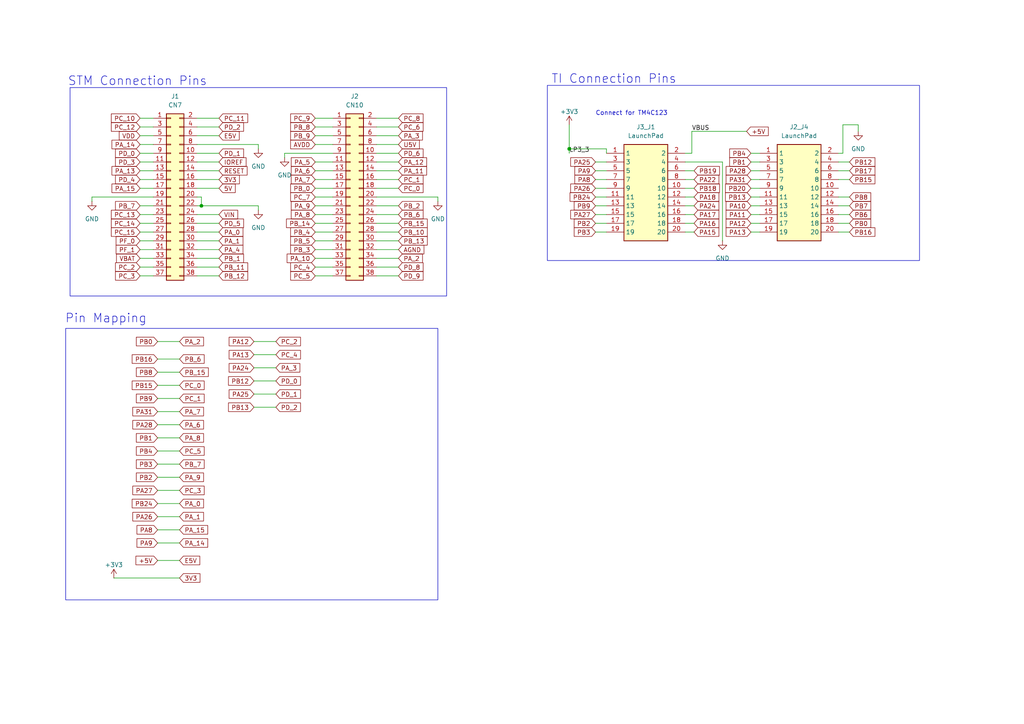
<source format=kicad_sch>
(kicad_sch (version 20231120) (generator "eeschema") (generator_version "8.0")
  (paper "A4")
  (lib_symbols
    (symbol "Connector_Generic:Conn_02x19_Odd_Even" (pin_names (offset 1.016) hide)
      (property "Reference" "J" (at 1.27 25.4 0))
      (property "Value" "Conn_02x19_Odd_Even" (at 1.27 -25.4 0))
      (symbol "Conn_02x19_Odd_Even_1_1"
        (rectangle (start -1.27 -22.733) (end 0 -22.987) (stroke (width 0.1524)))
        (rectangle (start -1.27 -20.193) (end 0 -20.447) (stroke (width 0.1524)))
        (rectangle (start -1.27 -17.653) (end 0 -17.907) (stroke (width 0.1524)))
        (rectangle (start -1.27 -15.113) (end 0 -15.367) (stroke (width 0.1524)))
        (rectangle (start -1.27 -12.573) (end 0 -12.827) (stroke (width 0.1524)))
        (rectangle (start -1.27 -10.033) (end 0 -10.287) (stroke (width 0.1524)))
        (rectangle (start -1.27 -7.493) (end 0 -7.747) (stroke (width 0.1524)))
        (rectangle (start -1.27 -4.953) (end 0 -5.207) (stroke (width 0.1524)))
        (rectangle (start -1.27 -2.413) (end 0 -2.667) (stroke (width 0.1524)))
        (rectangle (start -1.27 0.127) (end 0 -0.127) (stroke (width 0.1524)))
        (rectangle (start -1.27 2.667) (end 0 2.413) (stroke (width 0.1524)))
        (rectangle (start -1.27 5.207) (end 0 4.953) (stroke (width 0.1524)))
        (rectangle (start -1.27 7.747) (end 0 7.493) (stroke (width 0.1524)))
        (rectangle (start -1.27 10.287) (end 0 10.033) (stroke (width 0.1524)))
        (rectangle (start -1.27 12.827) (end 0 12.573) (stroke (width 0.1524)))
        (rectangle (start -1.27 15.367) (end 0 15.113) (stroke (width 0.1524)))
        (rectangle (start -1.27 17.907) (end 0 17.653) (stroke (width 0.1524)))
        (rectangle (start -1.27 20.447) (end 0 20.193) (stroke (width 0.1524)))
        (rectangle (start -1.27 22.987) (end 0 22.733) (stroke (width 0.1524)))
        (rectangle (start -1.27 24.13) (end 3.81 -24.13) (stroke (width 0.254)) (fill (type background)))
        (rectangle (start 3.81 -22.733) (end 2.54 -22.987) (stroke (width 0.1524)))
        (rectangle (start 3.81 -20.193) (end 2.54 -20.447) (stroke (width 0.1524)))
        (rectangle (start 3.81 -17.653) (end 2.54 -17.907) (stroke (width 0.1524)))
        (rectangle (start 3.81 -15.113) (end 2.54 -15.367) (stroke (width 0.1524)))
        (rectangle (start 3.81 -12.573) (end 2.54 -12.827) (stroke (width 0.1524)))
        (rectangle (start 3.81 -10.033) (end 2.54 -10.287) (stroke (width 0.1524)))
        (rectangle (start 3.81 -7.493) (end 2.54 -7.747) (stroke (width 0.1524)))
        (rectangle (start 3.81 -4.953) (end 2.54 -5.207) (stroke (width 0.1524)))
        (rectangle (start 3.81 -2.413) (end 2.54 -2.667) (stroke (width 0.1524)))
        (rectangle (start 3.81 0.127) (end 2.54 -0.127) (stroke (width 0.1524)))
        (rectangle (start 3.81 2.667) (end 2.54 2.413) (stroke (width 0.1524)))
        (rectangle (start 3.81 5.207) (end 2.54 4.953) (stroke (width 0.1524)))
        (rectangle (start 3.81 7.747) (end 2.54 7.493) (stroke (width 0.1524)))
        (rectangle (start 3.81 10.287) (end 2.54 10.033) (stroke (width 0.1524)))
        (rectangle (start 3.81 12.827) (end 2.54 12.573) (stroke (width 0.1524)))
        (rectangle (start 3.81 15.367) (end 2.54 15.113) (stroke (width 0.1524)))
        (rectangle (start 3.81 17.907) (end 2.54 17.653) (stroke (width 0.1524)))
        (rectangle (start 3.81 20.447) (end 2.54 20.193) (stroke (width 0.1524)))
        (rectangle (start 3.81 22.987) (end 2.54 22.733) (stroke (width 0.1524)))
        (pin passive line (at -5.08 22.86 0) (length 3.81) (name "Pin_1") (number "1"))
        (pin passive line (at 7.62 12.7 180) (length 3.81) (name "Pin_10") (number "10"))
        (pin passive line (at -5.08 10.16 0) (length 3.81) (name "Pin_11") (number "11"))
        (pin passive line (at 7.62 10.16 180) (length 3.81) (name "Pin_12") (number "12"))
        (pin passive line (at -5.08 7.62 0) (length 3.81) (name "Pin_13") (number "13"))
        (pin passive line (at 7.62 7.62 180) (length 3.81) (name "Pin_14") (number "14"))
        (pin passive line (at -5.08 5.08 0) (length 3.81) (name "Pin_15") (number "15"))
        (pin passive line (at 7.62 5.08 180) (length 3.81) (name "Pin_16") (number "16"))
        (pin passive line (at -5.08 2.54 0) (length 3.81) (name "Pin_17") (number "17"))
        (pin passive line (at 7.62 2.54 180) (length 3.81) (name "Pin_18") (number "18"))
        (pin passive line (at -5.08 0 0) (length 3.81) (name "Pin_19") (number "19"))
        (pin passive line (at 7.62 22.86 180) (length 3.81) (name "Pin_2") (number "2"))
        (pin passive line (at 7.62 0 180) (length 3.81) (name "Pin_20") (number "20"))
        (pin passive line (at -5.08 -2.54 0) (length 3.81) (name "Pin_21") (number "21"))
        (pin passive line (at 7.62 -2.54 180) (length 3.81) (name "Pin_22") (number "22"))
        (pin passive line (at -5.08 -5.08 0) (length 3.81) (name "Pin_23") (number "23"))
        (pin passive line (at 7.62 -5.08 180) (length 3.81) (name "Pin_24") (number "24"))
        (pin passive line (at -5.08 -7.62 0) (length 3.81) (name "Pin_25") (number "25"))
        (pin passive line (at 7.62 -7.62 180) (length 3.81) (name "Pin_26") (number "26"))
        (pin passive line (at -5.08 -10.16 0) (length 3.81) (name "Pin_27") (number "27"))
        (pin passive line (at 7.62 -10.16 180) (length 3.81) (name "Pin_28") (number "28"))
        (pin passive line (at -5.08 -12.7 0) (length 3.81) (name "Pin_29") (number "29"))
        (pin passive line (at -5.08 20.32 0) (length 3.81) (name "Pin_3") (number "3"))
        (pin passive line (at 7.62 -12.7 180) (length 3.81) (name "Pin_30") (number "30"))
        (pin passive line (at -5.08 -15.24 0) (length 3.81) (name "Pin_31") (number "31"))
        (pin passive line (at 7.62 -15.24 180) (length 3.81) (name "Pin_32") (number "32"))
        (pin passive line (at -5.08 -17.78 0) (length 3.81) (name "Pin_33") (number "33"))
        (pin passive line (at 7.62 -17.78 180) (length 3.81) (name "Pin_34") (number "34"))
        (pin passive line (at -5.08 -20.32 0) (length 3.81) (name "Pin_35") (number "35"))
        (pin passive line (at 7.62 -20.32 180) (length 3.81) (name "Pin_36") (number "36"))
        (pin passive line (at -5.08 -22.86 0) (length 3.81) (name "Pin_37") (number "37"))
        (pin passive line (at 7.62 -22.86 180) (length 3.81) (name "Pin_38") (number "38"))
        (pin passive line (at 7.62 20.32 180) (length 3.81) (name "Pin_4") (number "4"))
        (pin passive line (at -5.08 17.78 0) (length 3.81) (name "Pin_5") (number "5"))
        (pin passive line (at 7.62 17.78 180) (length 3.81) (name "Pin_6") (number "6"))
        (pin passive line (at -5.08 15.24 0) (length 3.81) (name "Pin_7") (number "7"))
        (pin passive line (at 7.62 15.24 180) (length 3.81) (name "Pin_8") (number "8"))
        (pin passive line (at -5.08 12.7 0) (length 3.81) (name "Pin_9") (number "9"))
      )
    )
    (symbol "RSLK2:LaunchPad"
      (property "Reference" "J" (at 19.05 7.62 0))
      (property "Value" "LaunchPad" (at 19.05 5.08 0))
      (symbol "LaunchPad_1_1"
        (rectangle (start 5.08 2.54) (end 17.78 -25.4) (stroke (width 0.254)) (fill (type background)))
        (pin passive line (at 0 0 0) (length 5.08) (name "1") (number "1"))
        (pin passive line (at 22.86 -10.16 180) (length 5.08) (name "10") (number "10"))
        (pin passive line (at 0 -12.7 0) (length 5.08) (name "11") (number "11"))
        (pin passive line (at 22.86 -12.7 180) (length 5.08) (name "12") (number "12"))
        (pin passive line (at 0 -15.24 0) (length 5.08) (name "13") (number "13"))
        (pin passive line (at 22.86 -15.24 180) (length 5.08) (name "14") (number "14"))
        (pin passive line (at 0 -17.78 0) (length 5.08) (name "15") (number "15"))
        (pin passive line (at 22.86 -17.78 180) (length 5.08) (name "16") (number "16"))
        (pin passive line (at 0 -20.32 0) (length 5.08) (name "17") (number "17"))
        (pin passive line (at 22.86 -20.32 180) (length 5.08) (name "18") (number "18"))
        (pin passive line (at 0 -22.86 0) (length 5.08) (name "19") (number "19"))
        (pin passive line (at 22.86 0 180) (length 5.08) (name "2") (number "2"))
        (pin passive line (at 22.86 -22.86 180) (length 5.08) (name "20") (number "20"))
        (pin passive line (at 0 -2.54 0) (length 5.08) (name "3") (number "3"))
        (pin passive line (at 22.86 -2.54 180) (length 5.08) (name "4") (number "4"))
        (pin passive line (at 0 -5.08 0) (length 5.08) (name "5") (number "5"))
        (pin passive line (at 22.86 -5.08 180) (length 5.08) (name "6") (number "6"))
        (pin passive line (at 0 -7.62 0) (length 5.08) (name "7") (number "7"))
        (pin passive line (at 22.86 -7.62 180) (length 5.08) (name "8") (number "8"))
        (pin passive line (at 0 -10.16 0) (length 5.08) (name "9") (number "9"))
      )
    )
    (symbol "power:+3V3" (power) (pin_numbers hide) (pin_names (offset 0) hide)
      (property "Value" "+3V3" (at 0 3.556 0))
      (symbol "+3V3_0_1"
        (polyline (pts (xy -0.762 1.27) (xy 0 2.54)))
        (polyline (pts (xy 0 0) (xy 0 2.54)))
        (polyline (pts (xy 0 2.54) (xy 0.762 1.27)))
      )
      (symbol "+3V3_1_1"
        (pin power_in line (at 0 0 90) (length 0) (name "~") (number "1"))
      )
    )
    (symbol "power:GND" (power) (pin_numbers hide) (pin_names (offset 0) hide)
      (property "Value" "GND" (at 0 -3.81 0))
      (symbol "GND_0_1"
        (polyline (pts (xy 0 0) (xy 0 -1.27) (xy 1.27 -1.27) (xy 0 -2.54) (xy -1.27 -1.27) (xy 0 -1.27)))
      )
      (symbol "GND_1_1"
        (pin power_in line (at 0 0 270) (length 0) (name "~") (number "1"))
      )
    )
  )
  (junction (at 58.42 59.69))
  (junction (at 165.1 43.18))
  (wire (pts (xy 74.93 43.18) (xy 74.93 41.91)))
  (wire (pts (xy 109.22 46.99) (xy 115.57 46.99)))
  (wire (pts (xy 217.805 49.53) (xy 220.345 49.53)))
  (wire (pts (xy 172.72 52.07) (xy 175.895 52.07)))
  (wire (pts (xy 40.64 52.07) (xy 44.45 52.07)))
  (wire (pts (xy 40.64 67.31) (xy 44.45 67.31)))
  (wire (pts (xy 26.67 57.15) (xy 44.45 57.15)))
  (wire (pts (xy 57.15 72.39) (xy 63.5 72.39)))
  (wire (pts (xy 40.64 46.99) (xy 44.45 46.99)))
  (wire (pts (xy 82.55 45.72) (xy 82.55 44.45)))
  (wire (pts (xy 45.72 149.86) (xy 52.07 149.86)))
  (wire (pts (xy 172.72 62.23) (xy 175.895 62.23)))
  (wire (pts (xy 243.205 62.23) (xy 246.38 62.23)))
  (wire (pts (xy 243.205 52.07) (xy 246.38 52.07)))
  (wire (pts (xy 172.72 59.69) (xy 175.895 59.69)))
  (wire (pts (xy 57.15 74.93) (xy 63.5 74.93)))
  (wire (pts (xy 74.93 60.96) (xy 74.93 59.69)))
  (wire (pts (xy 244.475 44.45) (xy 244.475 36.195)))
  (wire (pts (xy 91.44 52.07) (xy 96.52 52.07)))
  (wire (pts (xy 109.22 41.91) (xy 115.57 41.91)))
  (wire (pts (xy 91.44 59.69) (xy 96.52 59.69)))
  (wire (pts (xy 40.64 34.29) (xy 44.45 34.29)))
  (wire (pts (xy 33.02 167.64) (xy 52.07 167.64)))
  (wire (pts (xy 57.15 77.47) (xy 63.5 77.47)))
  (wire (pts (xy 40.64 62.23) (xy 44.45 62.23)))
  (wire (pts (xy 57.15 39.37) (xy 63.5 39.37)))
  (wire (pts (xy 198.755 64.77) (xy 201.295 64.77)))
  (wire (pts (xy 172.72 57.15) (xy 175.895 57.15)))
  (wire (pts (xy 217.805 67.31) (xy 220.345 67.31)))
  (wire (pts (xy 57.15 64.77) (xy 63.5 64.77)))
  (wire (pts (xy 57.15 36.83) (xy 63.5 36.83)))
  (wire (pts (xy 217.805 64.77) (xy 220.345 64.77)))
  (wire (pts (xy 91.44 39.37) (xy 96.52 39.37)))
  (wire (pts (xy 109.22 67.31) (xy 115.57 67.31)))
  (wire (pts (xy 57.15 44.45) (xy 63.5 44.45)))
  (wire (pts (xy 57.15 80.01) (xy 63.5 80.01)))
  (wire (pts (xy 40.64 69.85) (xy 44.45 69.85)))
  (wire (pts (xy 217.805 57.15) (xy 220.345 57.15)))
  (wire (pts (xy 217.805 52.07) (xy 220.345 52.07)))
  (wire (pts (xy 109.22 39.37) (xy 115.57 39.37)))
  (wire (pts (xy 91.44 34.29) (xy 96.52 34.29)))
  (wire (pts (xy 175.895 43.18) (xy 175.895 44.45)))
  (wire (pts (xy 248.92 36.195) (xy 248.92 38.1)))
  (wire (pts (xy 109.22 49.53) (xy 115.57 49.53)))
  (wire (pts (xy 198.755 44.45) (xy 200.66 44.45)))
  (wire (pts (xy 58.42 57.15) (xy 58.42 59.69)))
  (wire (pts (xy 40.64 80.01) (xy 44.45 80.01)))
  (wire (pts (xy 57.15 49.53) (xy 63.5 49.53)))
  (wire (pts (xy 198.755 62.23) (xy 201.295 62.23)))
  (wire (pts (xy 45.72 138.43) (xy 52.07 138.43)))
  (wire (pts (xy 57.15 46.99) (xy 63.5 46.99)))
  (wire (pts (xy 91.44 72.39) (xy 96.52 72.39)))
  (wire (pts (xy 57.15 57.15) (xy 58.42 57.15)))
  (wire (pts (xy 73.66 114.3) (xy 80.01 114.3)))
  (wire (pts (xy 45.72 99.06) (xy 52.07 99.06)))
  (wire (pts (xy 40.64 36.83) (xy 44.45 36.83)))
  (wire (pts (xy 109.22 72.39) (xy 115.57 72.39)))
  (wire (pts (xy 91.44 80.01) (xy 96.52 80.01)))
  (wire (pts (xy 45.72 127) (xy 52.07 127)))
  (wire (pts (xy 57.15 67.31) (xy 63.5 67.31)))
  (wire (pts (xy 40.64 72.39) (xy 44.45 72.39)))
  (wire (pts (xy 58.42 59.69) (xy 74.93 59.69)))
  (wire (pts (xy 57.15 62.23) (xy 63.5 62.23)))
  (wire (pts (xy 165.1 43.18) (xy 165.1 44.45)))
  (wire (pts (xy 45.72 115.57) (xy 52.07 115.57)))
  (wire (pts (xy 91.44 57.15) (xy 96.52 57.15)))
  (wire (pts (xy 73.66 110.49) (xy 80.01 110.49)))
  (wire (pts (xy 217.805 44.45) (xy 220.345 44.45)))
  (wire (pts (xy 243.205 64.77) (xy 246.38 64.77)))
  (wire (pts (xy 57.15 59.69) (xy 58.42 59.69)))
  (wire (pts (xy 243.205 57.15) (xy 246.38 57.15)))
  (wire (pts (xy 109.22 54.61) (xy 115.57 54.61)))
  (wire (pts (xy 57.15 52.07) (xy 63.5 52.07)))
  (wire (pts (xy 57.15 69.85) (xy 63.5 69.85)))
  (wire (pts (xy 209.55 46.99) (xy 209.55 69.85)))
  (wire (pts (xy 217.805 46.99) (xy 220.345 46.99)))
  (wire (pts (xy 40.64 54.61) (xy 44.45 54.61)))
  (wire (pts (xy 45.72 123.19) (xy 52.07 123.19)))
  (wire (pts (xy 91.44 67.31) (xy 96.52 67.31)))
  (wire (pts (xy 91.44 54.61) (xy 96.52 54.61)))
  (wire (pts (xy 198.755 57.15) (xy 201.295 57.15)))
  (wire (pts (xy 91.44 69.85) (xy 96.52 69.85)))
  (wire (pts (xy 45.72 142.24) (xy 52.07 142.24)))
  (wire (pts (xy 172.72 67.31) (xy 175.895 67.31)))
  (wire (pts (xy 172.72 49.53) (xy 175.895 49.53)))
  (wire (pts (xy 40.64 44.45) (xy 44.45 44.45)))
  (wire (pts (xy 243.205 67.31) (xy 246.38 67.31)))
  (wire (pts (xy 109.22 57.15) (xy 127 57.15)))
  (wire (pts (xy 109.22 44.45) (xy 115.57 44.45)))
  (wire (pts (xy 45.72 162.56) (xy 52.07 162.56)))
  (wire (pts (xy 40.64 49.53) (xy 44.45 49.53)))
  (wire (pts (xy 26.67 58.42) (xy 26.67 57.15)))
  (wire (pts (xy 45.72 157.48) (xy 52.07 157.48)))
  (wire (pts (xy 243.205 49.53) (xy 246.38 49.53)))
  (wire (pts (xy 217.805 62.23) (xy 220.345 62.23)))
  (wire (pts (xy 165.1 43.18) (xy 175.895 43.18)))
  (wire (pts (xy 73.66 102.87) (xy 80.01 102.87)))
  (wire (pts (xy 109.22 34.29) (xy 115.57 34.29)))
  (wire (pts (xy 109.22 77.47) (xy 115.57 77.47)))
  (wire (pts (xy 200.66 38.1) (xy 216.535 38.1)))
  (wire (pts (xy 74.93 41.91) (xy 57.15 41.91)))
  (wire (pts (xy 198.755 52.07) (xy 201.295 52.07)))
  (wire (pts (xy 172.72 46.99) (xy 175.895 46.99)))
  (wire (pts (xy 109.22 74.93) (xy 115.57 74.93)))
  (wire (pts (xy 45.72 153.67) (xy 52.07 153.67)))
  (wire (pts (xy 165.1 36.195) (xy 165.1 43.18)))
  (wire (pts (xy 243.205 44.45) (xy 244.475 44.45)))
  (wire (pts (xy 82.55 44.45) (xy 96.52 44.45)))
  (wire (pts (xy 45.72 104.14) (xy 52.07 104.14)))
  (wire (pts (xy 200.66 38.1) (xy 200.66 44.45)))
  (wire (pts (xy 91.44 41.91) (xy 96.52 41.91)))
  (wire (pts (xy 45.72 146.05) (xy 52.07 146.05)))
  (wire (pts (xy 57.15 54.61) (xy 63.5 54.61)))
  (wire (pts (xy 243.205 59.69) (xy 246.38 59.69)))
  (wire (pts (xy 217.805 59.69) (xy 220.345 59.69)))
  (wire (pts (xy 109.22 64.77) (xy 115.57 64.77)))
  (wire (pts (xy 91.44 36.83) (xy 96.52 36.83)))
  (wire (pts (xy 217.805 54.61) (xy 220.345 54.61)))
  (wire (pts (xy 109.22 59.69) (xy 115.57 59.69)))
  (wire (pts (xy 40.64 59.69) (xy 44.45 59.69)))
  (wire (pts (xy 198.755 67.31) (xy 201.295 67.31)))
  (wire (pts (xy 73.66 118.11) (xy 80.01 118.11)))
  (wire (pts (xy 40.64 39.37) (xy 44.45 39.37)))
  (wire (pts (xy 40.64 64.77) (xy 44.45 64.77)))
  (wire (pts (xy 109.22 80.01) (xy 115.57 80.01)))
  (wire (pts (xy 109.22 52.07) (xy 115.57 52.07)))
  (wire (pts (xy 45.72 119.38) (xy 52.07 119.38)))
  (wire (pts (xy 45.72 111.76) (xy 52.07 111.76)))
  (wire (pts (xy 244.475 36.195) (xy 248.92 36.195)))
  (wire (pts (xy 91.44 64.77) (xy 96.52 64.77)))
  (wire (pts (xy 40.64 74.93) (xy 44.45 74.93)))
  (wire (pts (xy 198.755 46.99) (xy 209.55 46.99)))
  (wire (pts (xy 91.44 74.93) (xy 96.52 74.93)))
  (wire (pts (xy 198.755 59.69) (xy 201.295 59.69)))
  (wire (pts (xy 109.22 62.23) (xy 115.57 62.23)))
  (wire (pts (xy 243.205 46.99) (xy 246.38 46.99)))
  (wire (pts (xy 198.755 49.53) (xy 201.295 49.53)))
  (wire (pts (xy 45.72 130.81) (xy 52.07 130.81)))
  (wire (pts (xy 91.44 46.99) (xy 96.52 46.99)))
  (wire (pts (xy 40.64 77.47) (xy 44.45 77.47)))
  (wire (pts (xy 45.72 134.62) (xy 52.07 134.62)))
  (wire (pts (xy 91.44 77.47) (xy 96.52 77.47)))
  (wire (pts (xy 172.72 54.61) (xy 175.895 54.61)))
  (wire (pts (xy 57.15 34.29) (xy 63.5 34.29)))
  (wire (pts (xy 73.66 99.06) (xy 80.01 99.06)))
  (wire (pts (xy 172.72 64.77) (xy 175.895 64.77)))
  (wire (pts (xy 73.66 106.68) (xy 80.01 106.68)))
  (wire (pts (xy 198.755 54.61) (xy 201.295 54.61)))
  (wire (pts (xy 109.22 69.85) (xy 115.57 69.85)))
  (wire (pts (xy 40.64 41.91) (xy 44.45 41.91)))
  (wire (pts (xy 45.72 107.95) (xy 52.07 107.95)))
  (wire (pts (xy 91.44 49.53) (xy 96.52 49.53)))
  (wire (pts (xy 109.22 36.83) (xy 115.57 36.83)))
  (wire (pts (xy 91.44 62.23) (xy 96.52 62.23)))
  (wire (pts (xy 127 58.42) (xy 127 57.15)))
  (rectangle (start 158.75 24.765) (end 266.7 75.565))
  (rectangle (start 19.05 95.25) (end 127 173.99))
  (rectangle (start 20.32 25.4) (end 129.54 85.852))
  (text "TI Connection Pins\n" (at 178.054 22.987 0) (effects (font (size 2.54 2.54))))
  (text "STM Connection Pins\n" (at 39.878 23.622 0) (effects (font (size 2.54 2.54))))
  (text "Pin Mapping\n" (at 30.734 92.456 0) (effects (font (size 2.54 2.54))))
  (text "Connect for TM4C123" (at 193.675 33.655 0) (effects (font (size 1.27 1.27)) (justify right bottom)))
  (label "VBUS" (at 200.66 38.1 0))
  (label "LP3_3" (at 165.1 44.45 0))
  (global_label "PA24" (shape input) (at 73.66 106.68 180) (property "Intersheetrefs" "${INTERSHEET_REFS}" (effects (hide yes))))
  (global_label "PC_5" (shape input) (at 91.44 80.01 180) (property "Intersheetrefs" "${INTERSHEET_REFS}" (effects (hide yes))))
  (global_label "PA_6" (shape input) (at 91.44 49.53 180) (property "Intersheetrefs" "${INTERSHEET_REFS}" (effects (hide yes))))
  (global_label "PD_9" (shape input) (at 115.57 80.01 0) (property "Intersheetrefs" "${INTERSHEET_REFS}" (effects (hide yes))))
  (global_label "U5V" (shape input) (at 115.57 41.91 0) (property "Intersheetrefs" "${INTERSHEET_REFS}" (effects (hide yes))))
  (global_label "PC_12" (shape input) (at 40.64 36.83 180) (property "Intersheetrefs" "${INTERSHEET_REFS}" (effects (hide yes))))
  (global_label "PB3" (shape input) (at 172.72 67.31 180) (property "Intersheetrefs" "${INTERSHEET_REFS}" (effects (hide yes))))
  (global_label "PA12" (shape input) (at 73.66 99.06 180) (property "Intersheetrefs" "${INTERSHEET_REFS}" (effects (hide yes))))
  (global_label "PC_3" (shape input) (at 40.64 80.01 180) (property "Intersheetrefs" "${INTERSHEET_REFS}" (effects (hide yes))))
  (global_label "RESET" (shape input) (at 63.5 49.53 0) (property "Intersheetrefs" "${INTERSHEET_REFS}" (effects (hide yes))))
  (global_label "PA_9" (shape input) (at 91.44 59.69 180) (property "Intersheetrefs" "${INTERSHEET_REFS}" (effects (hide yes))))
  (global_label "PC_14" (shape input) (at 40.64 64.77 180) (property "Intersheetrefs" "${INTERSHEET_REFS}" (effects (hide yes))))
  (global_label "PB0" (shape input) (at 45.72 99.06 180) (property "Intersheetrefs" "${INTERSHEET_REFS}" (effects (hide yes))))
  (global_label "PB_7" (shape input) (at 40.64 59.69 180) (property "Intersheetrefs" "${INTERSHEET_REFS}" (effects (hide yes))))
  (global_label "PB20" (shape input) (at 217.805 54.61 180) (property "Intersheetrefs" "${INTERSHEET_REFS}" (effects (hide yes))))
  (global_label "PA9" (shape input) (at 172.72 49.53 180) (property "Intersheetrefs" "${INTERSHEET_REFS}" (effects (hide yes))))
  (global_label "PA_14" (shape input) (at 52.07 157.48 0) (property "Intersheetrefs" "${INTERSHEET_REFS}" (effects (hide yes))))
  (global_label "PA_7" (shape input) (at 52.07 119.38 0) (property "Intersheetrefs" "${INTERSHEET_REFS}" (effects (hide yes))))
  (global_label "PA15" (shape input) (at 201.295 67.31 0) (property "Intersheetrefs" "${INTERSHEET_REFS}" (effects (hide yes))))
  (global_label "PB16" (shape input) (at 45.72 104.14 180) (property "Intersheetrefs" "${INTERSHEET_REFS}" (effects (hide yes))))
  (global_label "PA_10" (shape input) (at 91.44 74.93 180) (property "Intersheetrefs" "${INTERSHEET_REFS}" (effects (hide yes))))
  (global_label "PC_2" (shape input) (at 40.64 77.47 180) (property "Intersheetrefs" "${INTERSHEET_REFS}" (effects (hide yes))))
  (global_label "PC_11" (shape input) (at 63.5 34.29 0) (property "Intersheetrefs" "${INTERSHEET_REFS}" (effects (hide yes))))
  (global_label "PB_7" (shape input) (at 52.07 134.62 0) (property "Intersheetrefs" "${INTERSHEET_REFS}" (effects (hide yes))))
  (global_label "PA28" (shape input) (at 217.805 49.53 180) (property "Intersheetrefs" "${INTERSHEET_REFS}" (effects (hide yes))))
  (global_label "PA_15" (shape input) (at 40.64 54.61 180) (property "Intersheetrefs" "${INTERSHEET_REFS}" (effects (hide yes))))
  (global_label "PC_0" (shape input) (at 115.57 54.61 0) (property "Intersheetrefs" "${INTERSHEET_REFS}" (effects (hide yes))))
  (global_label "PD_3" (shape input) (at 40.64 46.99 180) (property "Intersheetrefs" "${INTERSHEET_REFS}" (effects (hide yes))))
  (global_label "PB15" (shape input) (at 45.72 111.76 180) (property "Intersheetrefs" "${INTERSHEET_REFS}" (effects (hide yes))))
  (global_label "PA_15" (shape input) (at 52.07 153.67 0) (property "Intersheetrefs" "${INTERSHEET_REFS}" (effects (hide yes))))
  (global_label "PA26" (shape input) (at 172.72 54.61 180) (property "Intersheetrefs" "${INTERSHEET_REFS}" (effects (hide yes))))
  (global_label "PA18" (shape input) (at 201.295 57.15 0) (property "Intersheetrefs" "${INTERSHEET_REFS}" (effects (hide yes))))
  (global_label "PB1" (shape input) (at 217.805 46.99 180) (property "Intersheetrefs" "${INTERSHEET_REFS}" (effects (hide yes))))
  (global_label "PB9" (shape input) (at 45.72 115.57 180) (property "Intersheetrefs" "${INTERSHEET_REFS}" (effects (hide yes))))
  (global_label "PB24" (shape input) (at 172.72 57.15 180) (property "Intersheetrefs" "${INTERSHEET_REFS}" (effects (hide yes))))
  (global_label "PB_15" (shape input) (at 52.07 107.95 0) (property "Intersheetrefs" "${INTERSHEET_REFS}" (effects (hide yes))))
  (global_label "PA_12" (shape input) (at 115.57 46.99 0) (property "Intersheetrefs" "${INTERSHEET_REFS}" (effects (hide yes))))
  (global_label "PB_5" (shape input) (at 91.44 69.85 180) (property "Intersheetrefs" "${INTERSHEET_REFS}" (effects (hide yes))))
  (global_label "PB_10" (shape input) (at 115.57 67.31 0) (property "Intersheetrefs" "${INTERSHEET_REFS}" (effects (hide yes))))
  (global_label "PC_6" (shape input) (at 115.57 36.83 0) (property "Intersheetrefs" "${INTERSHEET_REFS}" (effects (hide yes))))
  (global_label "3V3" (shape input) (at 63.5 52.07 0) (property "Intersheetrefs" "${INTERSHEET_REFS}" (effects (hide yes))))
  (global_label "PB13" (shape input) (at 73.66 118.11 180) (property "Intersheetrefs" "${INTERSHEET_REFS}" (effects (hide yes))))
  (global_label "PA_7" (shape input) (at 91.44 52.07 180) (property "Intersheetrefs" "${INTERSHEET_REFS}" (effects (hide yes))))
  (global_label "PB16" (shape input) (at 246.38 67.31 0) (property "Intersheetrefs" "${INTERSHEET_REFS}" (effects (hide yes))))
  (global_label "PB6" (shape input) (at 246.38 62.23 0) (property "Intersheetrefs" "${INTERSHEET_REFS}" (effects (hide yes))))
  (global_label "PB13" (shape input) (at 217.805 57.15 180) (property "Intersheetrefs" "${INTERSHEET_REFS}" (effects (hide yes))))
  (global_label "PD_2" (shape input) (at 80.01 118.11 0) (property "Intersheetrefs" "${INTERSHEET_REFS}" (effects (hide yes))))
  (global_label "PB_15" (shape input) (at 115.57 64.77 0) (property "Intersheetrefs" "${INTERSHEET_REFS}" (effects (hide yes))))
  (global_label "PB_9" (shape input) (at 91.44 39.37 180) (property "Intersheetrefs" "${INTERSHEET_REFS}" (effects (hide yes))))
  (global_label "PD_1" (shape input) (at 80.01 114.3 0) (property "Intersheetrefs" "${INTERSHEET_REFS}" (effects (hide yes))))
  (global_label "PD_1" (shape input) (at 63.5 44.45 0) (property "Intersheetrefs" "${INTERSHEET_REFS}" (effects (hide yes))))
  (global_label "PB_6" (shape input) (at 52.07 104.14 0) (property "Intersheetrefs" "${INTERSHEET_REFS}" (effects (hide yes))))
  (global_label "PA27" (shape input) (at 45.72 142.24 180) (property "Intersheetrefs" "${INTERSHEET_REFS}" (effects (hide yes))))
  (global_label "PA16" (shape input) (at 201.295 64.77 0) (property "Intersheetrefs" "${INTERSHEET_REFS}" (effects (hide yes))))
  (global_label "PD_0" (shape input) (at 40.64 44.45 180) (property "Intersheetrefs" "${INTERSHEET_REFS}" (effects (hide yes))))
  (global_label "+5V" (shape input) (at 45.72 162.56 180) (property "Intersheetrefs" "${INTERSHEET_REFS}" (effects (hide yes))))
  (global_label "PA8" (shape input) (at 45.72 153.67 180) (property "Intersheetrefs" "${INTERSHEET_REFS}" (effects (hide yes))))
  (global_label "PA9" (shape input) (at 45.72 157.48 180) (property "Intersheetrefs" "${INTERSHEET_REFS}" (effects (hide yes))))
  (global_label "PA_6" (shape input) (at 52.07 123.19 0) (property "Intersheetrefs" "${INTERSHEET_REFS}" (effects (hide yes))))
  (global_label "PB_14" (shape input) (at 91.44 64.77 180) (property "Intersheetrefs" "${INTERSHEET_REFS}" (effects (hide yes))))
  (global_label "PC_0" (shape input) (at 52.07 111.76 0) (property "Intersheetrefs" "${INTERSHEET_REFS}" (effects (hide yes))))
  (global_label "VDD" (shape input) (at 40.64 39.37 180) (property "Intersheetrefs" "${INTERSHEET_REFS}" (effects (hide yes))))
  (global_label "PA_4" (shape input) (at 63.5 72.39 0) (property "Intersheetrefs" "${INTERSHEET_REFS}" (effects (hide yes))))
  (global_label "PA13" (shape input) (at 73.66 102.87 180) (property "Intersheetrefs" "${INTERSHEET_REFS}" (effects (hide yes))))
  (global_label "PC_13" (shape input) (at 40.64 62.23 180) (property "Intersheetrefs" "${INTERSHEET_REFS}" (effects (hide yes))))
  (global_label "PB4" (shape input) (at 45.72 130.81 180) (property "Intersheetrefs" "${INTERSHEET_REFS}" (effects (hide yes))))
  (global_label "PA8" (shape input) (at 172.72 52.07 180) (property "Intersheetrefs" "${INTERSHEET_REFS}" (effects (hide yes))))
  (global_label "PB2" (shape input) (at 45.72 138.43 180) (property "Intersheetrefs" "${INTERSHEET_REFS}" (effects (hide yes))))
  (global_label "PB_12" (shape input) (at 63.5 80.01 0) (property "Intersheetrefs" "${INTERSHEET_REFS}" (effects (hide yes))))
  (global_label "PC_9" (shape input) (at 91.44 34.29 180) (property "Intersheetrefs" "${INTERSHEET_REFS}" (effects (hide yes))))
  (global_label "PA_0" (shape input) (at 63.5 67.31 0) (property "Intersheetrefs" "${INTERSHEET_REFS}" (effects (hide yes))))
  (global_label "PA10" (shape input) (at 217.805 59.69 180) (property "Intersheetrefs" "${INTERSHEET_REFS}" (effects (hide yes))))
  (global_label "PB15" (shape input) (at 246.38 52.07 0) (property "Intersheetrefs" "${INTERSHEET_REFS}" (effects (hide yes))))
  (global_label "VIN" (shape input) (at 63.5 62.23 0) (property "Intersheetrefs" "${INTERSHEET_REFS}" (effects (hide yes))))
  (global_label "PB_3" (shape input) (at 91.44 72.39 180) (property "Intersheetrefs" "${INTERSHEET_REFS}" (effects (hide yes))))
  (global_label "PA_2" (shape input) (at 115.57 74.93 0) (property "Intersheetrefs" "${INTERSHEET_REFS}" (effects (hide yes))))
  (global_label "PA13" (shape input) (at 217.805 67.31 180) (property "Intersheetrefs" "${INTERSHEET_REFS}" (effects (hide yes))))
  (global_label "PA_2" (shape input) (at 52.07 99.06 0) (property "Intersheetrefs" "${INTERSHEET_REFS}" (effects (hide yes))))
  (global_label "PA_8" (shape input) (at 91.44 62.23 180) (property "Intersheetrefs" "${INTERSHEET_REFS}" (effects (hide yes))))
  (global_label "PB19" (shape input) (at 201.295 49.53 0) (property "Intersheetrefs" "${INTERSHEET_REFS}" (effects (hide yes))))
  (global_label "PC_15" (shape input) (at 40.64 67.31 180) (property "Intersheetrefs" "${INTERSHEET_REFS}" (effects (hide yes))))
  (global_label "PA_0" (shape input) (at 52.07 146.05 0) (property "Intersheetrefs" "${INTERSHEET_REFS}" (effects (hide yes))))
  (global_label "PF_1" (shape input) (at 40.64 72.39 180) (property "Intersheetrefs" "${INTERSHEET_REFS}" (effects (hide yes))))
  (global_label "PA_5" (shape input) (at 91.44 46.99 180) (property "Intersheetrefs" "${INTERSHEET_REFS}" (effects (hide yes))))
  (global_label "PA_3" (shape input) (at 80.01 106.68 0) (property "Intersheetrefs" "${INTERSHEET_REFS}" (effects (hide yes))))
  (global_label "+5V" (shape input) (at 216.535 38.1 0) (property "Intersheetrefs" "${INTERSHEET_REFS}" (effects (hide yes))))
  (global_label "PB12" (shape input) (at 246.38 46.99 0) (property "Intersheetrefs" "${INTERSHEET_REFS}" (effects (hide yes))))
  (global_label "PB_13" (shape input) (at 115.57 69.85 0) (property "Intersheetrefs" "${INTERSHEET_REFS}" (effects (hide yes))))
  (global_label "PC_2" (shape input) (at 80.01 99.06 0) (property "Intersheetrefs" "${INTERSHEET_REFS}" (effects (hide yes))))
  (global_label "PB24" (shape input) (at 45.72 146.05 180) (property "Intersheetrefs" "${INTERSHEET_REFS}" (effects (hide yes))))
  (global_label "PA_1" (shape input) (at 52.07 149.86 0) (property "Intersheetrefs" "${INTERSHEET_REFS}" (effects (hide yes))))
  (global_label "PA25" (shape input) (at 172.72 46.99 180) (property "Intersheetrefs" "${INTERSHEET_REFS}" (effects (hide yes))))
  (global_label "PA26" (shape input) (at 45.72 149.86 180) (property "Intersheetrefs" "${INTERSHEET_REFS}" (effects (hide yes))))
  (global_label "VBAT" (shape input) (at 40.64 74.93 180) (property "Intersheetrefs" "${INTERSHEET_REFS}" (effects (hide yes))))
  (global_label "PB2" (shape input) (at 172.72 64.77 180) (property "Intersheetrefs" "${INTERSHEET_REFS}" (effects (hide yes))))
  (global_label "PA_14" (shape input) (at 40.64 41.91 180) (property "Intersheetrefs" "${INTERSHEET_REFS}" (effects (hide yes))))
  (global_label "PA_13" (shape input) (at 40.64 49.53 180) (property "Intersheetrefs" "${INTERSHEET_REFS}" (effects (hide yes))))
  (global_label "PA_3" (shape input) (at 115.57 39.37 0) (property "Intersheetrefs" "${INTERSHEET_REFS}" (effects (hide yes))))
  (global_label "PB1" (shape input) (at 45.72 127 180) (property "Intersheetrefs" "${INTERSHEET_REFS}" (effects (hide yes))))
  (global_label "PD_6" (shape input) (at 115.57 44.45 0) (property "Intersheetrefs" "${INTERSHEET_REFS}" (effects (hide yes))))
  (global_label "PC_4" (shape input) (at 91.44 77.47 180) (property "Intersheetrefs" "${INTERSHEET_REFS}" (effects (hide yes))))
  (global_label "PA17" (shape input) (at 201.295 62.23 0) (property "Intersheetrefs" "${INTERSHEET_REFS}" (effects (hide yes))))
  (global_label "PA31" (shape input) (at 217.805 52.07 180) (property "Intersheetrefs" "${INTERSHEET_REFS}" (effects (hide yes))))
  (global_label "IOREF" (shape input) (at 63.5 46.99 0) (property "Intersheetrefs" "${INTERSHEET_REFS}" (effects (hide yes))))
  (global_label "E5V" (shape input) (at 63.5 39.37 0) (property "Intersheetrefs" "${INTERSHEET_REFS}" (effects (hide yes))))
  (global_label "PC_1" (shape input) (at 52.07 115.57 0) (property "Intersheetrefs" "${INTERSHEET_REFS}" (effects (hide yes))))
  (global_label "PA_1" (shape input) (at 63.5 69.85 0) (property "Intersheetrefs" "${INTERSHEET_REFS}" (effects (hide yes))))
  (global_label "PB8" (shape input) (at 45.72 107.95 180) (property "Intersheetrefs" "${INTERSHEET_REFS}" (effects (hide yes))))
  (global_label "PC_1" (shape input) (at 115.57 52.07 0) (property "Intersheetrefs" "${INTERSHEET_REFS}" (effects (hide yes))))
  (global_label "PA25" (shape input) (at 73.66 114.3 180) (property "Intersheetrefs" "${INTERSHEET_REFS}" (effects (hide yes))))
  (global_label "PA27" (shape input) (at 172.72 62.23 180) (property "Intersheetrefs" "${INTERSHEET_REFS}" (effects (hide yes))))
  (global_label "PA28" (shape input) (at 45.72 123.19 180) (property "Intersheetrefs" "${INTERSHEET_REFS}" (effects (hide yes))))
  (global_label "PD_2" (shape input) (at 63.5 36.83 0) (property "Intersheetrefs" "${INTERSHEET_REFS}" (effects (hide yes))))
  (global_label "PA12" (shape input) (at 217.805 64.77 180) (property "Intersheetrefs" "${INTERSHEET_REFS}" (effects (hide yes))))
  (global_label "PF_0" (shape input) (at 40.64 69.85 180) (property "Intersheetrefs" "${INTERSHEET_REFS}" (effects (hide yes))))
  (global_label "PC_4" (shape input) (at 80.01 102.87 0) (property "Intersheetrefs" "${INTERSHEET_REFS}" (effects (hide yes))))
  (global_label "AVDD" (shape input) (at 91.44 41.91 180) (property "Intersheetrefs" "${INTERSHEET_REFS}" (effects (hide yes))))
  (global_label "PA11" (shape input) (at 217.805 62.23 180) (property "Intersheetrefs" "${INTERSHEET_REFS}" (effects (hide yes))))
  (global_label "PA24" (shape input) (at 201.295 59.69 0) (property "Intersheetrefs" "${INTERSHEET_REFS}" (effects (hide yes))))
  (global_label "PC_10" (shape input) (at 40.64 34.29 180) (property "Intersheetrefs" "${INTERSHEET_REFS}" (effects (hide yes))))
  (global_label "PB_8" (shape input) (at 91.44 36.83 180) (property "Intersheetrefs" "${INTERSHEET_REFS}" (effects (hide yes))))
  (global_label "PB7" (shape input) (at 246.38 59.69 0) (property "Intersheetrefs" "${INTERSHEET_REFS}" (effects (hide yes))))
  (global_label "PA_8" (shape input) (at 52.07 127 0) (property "Intersheetrefs" "${INTERSHEET_REFS}" (effects (hide yes))))
  (global_label "PB4" (shape input) (at 217.805 44.45 180) (property "Intersheetrefs" "${INTERSHEET_REFS}" (effects (hide yes))))
  (global_label "PC_5" (shape input) (at 52.07 130.81 0) (property "Intersheetrefs" "${INTERSHEET_REFS}" (effects (hide yes))))
  (global_label "PC_7" (shape input) (at 91.44 57.15 180) (property "Intersheetrefs" "${INTERSHEET_REFS}" (effects (hide yes))))
  (global_label "PB17" (shape input) (at 246.38 49.53 0) (property "Intersheetrefs" "${INTERSHEET_REFS}" (effects (hide yes))))
  (global_label "PB_1" (shape input) (at 63.5 74.93 0) (property "Intersheetrefs" "${INTERSHEET_REFS}" (effects (hide yes))))
  (global_label "PB18" (shape input) (at 201.295 54.61 0) (property "Intersheetrefs" "${INTERSHEET_REFS}" (effects (hide yes))))
  (global_label "PD_5" (shape input) (at 63.5 64.77 0) (property "Intersheetrefs" "${INTERSHEET_REFS}" (effects (hide yes))))
  (global_label "PC_8" (shape input) (at 115.57 34.29 0) (property "Intersheetrefs" "${INTERSHEET_REFS}" (effects (hide yes))))
  (global_label "PB_0" (shape input) (at 91.44 54.61 180) (property "Intersheetrefs" "${INTERSHEET_REFS}" (effects (hide yes))))
  (global_label "PD_4" (shape input) (at 40.64 52.07 180) (property "Intersheetrefs" "${INTERSHEET_REFS}" (effects (hide yes))))
  (global_label "PD_8" (shape input) (at 115.57 77.47 0) (property "Intersheetrefs" "${INTERSHEET_REFS}" (effects (hide yes))))
  (global_label "PA31" (shape input) (at 45.72 119.38 180) (property "Intersheetrefs" "${INTERSHEET_REFS}" (effects (hide yes))))
  (global_label "PD_0" (shape input) (at 80.01 110.49 0) (property "Intersheetrefs" "${INTERSHEET_REFS}" (effects (hide yes))))
  (global_label "E5V" (shape input) (at 52.07 162.56 0) (property "Intersheetrefs" "${INTERSHEET_REFS}" (effects (hide yes))))
  (global_label "PC_3" (shape input) (at 52.07 142.24 0) (property "Intersheetrefs" "${INTERSHEET_REFS}" (effects (hide yes))))
  (global_label "PA_9" (shape input) (at 52.07 138.43 0) (property "Intersheetrefs" "${INTERSHEET_REFS}" (effects (hide yes))))
  (global_label "PB_4" (shape input) (at 91.44 67.31 180) (property "Intersheetrefs" "${INTERSHEET_REFS}" (effects (hide yes))))
  (global_label "PA_11" (shape input) (at 115.57 49.53 0) (property "Intersheetrefs" "${INTERSHEET_REFS}" (effects (hide yes))))
  (global_label "PB_2" (shape input) (at 115.57 59.69 0) (property "Intersheetrefs" "${INTERSHEET_REFS}" (effects (hide yes))))
  (global_label "PB8" (shape input) (at 246.38 57.15 0) (property "Intersheetrefs" "${INTERSHEET_REFS}" (effects (hide yes))))
  (global_label "PA22" (shape input) (at 201.295 52.07 0) (property "Intersheetrefs" "${INTERSHEET_REFS}" (effects (hide yes))))
  (global_label "PB0" (shape input) (at 246.38 64.77 0) (property "Intersheetrefs" "${INTERSHEET_REFS}" (effects (hide yes))))
  (global_label "PB_6" (shape input) (at 115.57 62.23 0) (property "Intersheetrefs" "${INTERSHEET_REFS}" (effects (hide yes))))
  (global_label "PB3" (shape input) (at 45.72 134.62 180) (property "Intersheetrefs" "${INTERSHEET_REFS}" (effects (hide yes))))
  (global_label "5V" (shape input) (at 63.5 54.61 0) (property "Intersheetrefs" "${INTERSHEET_REFS}" (effects (hide yes))))
  (global_label "PB9" (shape input) (at 172.72 59.69 180) (property "Intersheetrefs" "${INTERSHEET_REFS}" (effects (hide yes))))
  (global_label "PB12" (shape input) (at 73.66 110.49 180) (property "Intersheetrefs" "${INTERSHEET_REFS}" (effects (hide yes))))
  (global_label "3V3" (shape input) (at 52.07 167.64 0) (property "Intersheetrefs" "${INTERSHEET_REFS}" (effects (hide yes))))
  (global_label "PB_11" (shape input) (at 63.5 77.47 0) (property "Intersheetrefs" "${INTERSHEET_REFS}" (effects (hide yes))))
  (global_label "AGND" (shape input) (at 115.57 72.39 0) (property "Intersheetrefs" "${INTERSHEET_REFS}" (effects (hide yes))))
  (symbol (lib_id "power:+3V3") (at 165.1 36.195 0) (unit 1)
    (property "Reference" "#PWR06" (effects (hide yes)))
    (property "Value" "+3V3" (at 165.1 32.385 0))
    (property "Description" "Power symbol creates a global label with name \"+3V3\"" (effects (hide yes)))
  )
  (symbol (lib_id "RSLK2:LaunchPad") (at 175.895 44.45 0) (unit 1)
    (property "Reference" "J3_J1" (at 187.325 36.83 0))
    (property "Value" "LaunchPad" (at 187.325 39.37 0))
    (property "Footprint" "Connector_PinHeader_2.54mm:PinHeader_2x10_P2.54mm_Vertical" (effects (hide yes)))
    (property "Datasheet" "https://cdn.harwin.com/pdfs/M20-876P.pdf" (effects (hide yes)))
    (property "Description" "2.54mm (0.1\") Pitch DIL SMT Pin Header, selective gold + tin, pick & place (tube packing), 10+10 contacts" (effects (hide yes)))
    (property "Height" "11.45" (effects (hide yes)))
    (property "Mouser Part Number" "855-M20-8761042P" (effects (hide yes)))
    (property "Mouser Price/Stock" "https://www.mouser.co.uk/ProductDetail/Harwin/M20-8761042P?qs=WS5Jv%252B%252Bx1qUdN2s5gTwNtA%3D%3D" (effects (hide yes)))
    (property "Manufacturer_Name" "Harwin" (effects (hide yes)))
    (property "Manufacturer_Part_Number" "M20-8761042P" (effects (hide yes)))
    (property "LCSC" "C5160784" (effects (hide yes)))
  )
  (symbol (lib_id "power:GND") (at 209.55 69.85 0) (unit 1)
    (property "Reference" "#PWR07" (effects (hide yes)))
    (property "Value" "GND" (at 209.55 74.93 0))
    (property "Description" "Power symbol creates a global label with name \"GND\" , ground" (effects (hide yes)))
  )
  (symbol (lib_id "Connector_Generic:Conn_02x19_Odd_Even") (at 49.53 57.15 0) (unit 1)
    (property "Reference" "J1" (at 50.8 27.94 0))
    (property "Value" "CN7" (at 50.8 30.48 0))
    (property "Footprint" "Connector_PinHeader_2.54mm:PinHeader_2x19_P2.54mm_Vertical" (effects (hide yes)))
    (property "Description" "Generic connector, double row, 02x19, odd/even pin numbering scheme (row 1 odd numbers, row 2 even numbers), script generated (kicad-library-utils/schlib/autogen/connector/)" (effects (hide yes)))
  )
  (symbol (lib_id "power:+3V3") (at 33.02 167.64 0) (unit 1)
    (property "Reference" "#PWR09" (effects (hide yes)))
    (property "Value" "+3V3" (at 33.02 163.83 0))
    (property "Description" "Power symbol creates a global label with name \"+3V3\"" (effects (hide yes)))
  )
  (symbol (lib_id "power:GND") (at 74.93 60.96 0) (unit 1)
    (property "Reference" "#PWR02" (effects (hide yes)))
    (property "Value" "GND" (at 74.93 66.04 0))
    (property "Description" "Power symbol creates a global label with name \"GND\" , ground" (effects (hide yes)))
  )
  (symbol (lib_id "power:GND") (at 74.93 43.18 0) (unit 1)
    (property "Reference" "#PWR03" (effects (hide yes)))
    (property "Value" "GND" (at 74.93 48.26 0))
    (property "Description" "Power symbol creates a global label with name \"GND\" , ground" (effects (hide yes)))
  )
  (symbol (lib_id "power:GND") (at 26.67 58.42 0) (unit 1)
    (property "Reference" "#PWR01" (effects (hide yes)))
    (property "Value" "GND" (at 26.67 63.5 0))
    (property "Description" "Power symbol creates a global label with name \"GND\" , ground" (effects (hide yes)))
  )
  (symbol (lib_id "power:GND") (at 127 58.42 0) (unit 1)
    (property "Reference" "#PWR05" (effects (hide yes)))
    (property "Value" "GND" (at 127 63.5 0))
    (property "Description" "Power symbol creates a global label with name \"GND\" , ground" (effects (hide yes)))
  )
  (symbol (lib_id "RSLK2:LaunchPad") (at 220.345 44.45 0) (unit 1)
    (property "Reference" "J2_J4" (at 231.775 36.83 0))
    (property "Value" "LaunchPad" (at 231.775 39.37 0))
    (property "Footprint" "Connector_PinHeader_2.54mm:PinHeader_2x10_P2.54mm_Vertical" (effects (hide yes)))
    (property "Datasheet" "https://cdn.harwin.com/pdfs/M20-876P.pdf" (effects (hide yes)))
    (property "Description" "2.54mm (0.1\") Pitch DIL SMT Pin Header, selective gold + tin, pick & place (tube packing), 10+10 contacts" (effects (hide yes)))
    (property "Height" "11.45" (effects (hide yes)))
    (property "Mouser Part Number" "855-M20-8761042P" (effects (hide yes)))
    (property "Mouser Price/Stock" "https://www.mouser.co.uk/ProductDetail/Harwin/M20-8761042P?qs=WS5Jv%252B%252Bx1qUdN2s5gTwNtA%3D%3D" (effects (hide yes)))
    (property "Manufacturer_Name" "Harwin" (effects (hide yes)))
    (property "Manufacturer_Part_Number" "M20-8761042P" (effects (hide yes)))
    (property "LCSC" "C5160784" (effects (hide yes)))
  )
  (symbol (lib_id "power:GND") (at 248.92 38.1 0) (unit 1)
    (property "Reference" "#PWR08" (effects (hide yes)))
    (property "Value" "GND" (at 248.92 43.18 0))
    (property "Description" "Power symbol creates a global label with name \"GND\" , ground" (effects (hide yes)))
  )
  (symbol (lib_id "Connector_Generic:Conn_02x19_Odd_Even") (at 101.6 57.15 0) (unit 1)
    (property "Reference" "J2" (at 102.87 27.94 0))
    (property "Value" "CN10" (at 102.87 30.48 0))
    (property "Footprint" "Connector_PinHeader_2.54mm:PinHeader_2x19_P2.54mm_Vertical" (effects (hide yes)))
    (property "Description" "Generic connector, double row, 02x19, odd/even pin numbering scheme (row 1 odd numbers, row 2 even numbers), script generated (kicad-library-utils/schlib/autogen/connector/)" (effects (hide yes)))
  )
  (symbol (lib_id "power:GND") (at 82.55 45.72 0) (unit 1)
    (property "Reference" "#PWR04" (effects (hide yes)))
    (property "Value" "GND" (at 82.55 50.8 0))
    (property "Description" "Power symbol creates a global label with name \"GND\" , ground" (effects (hide yes)))
  )
)
</source>
